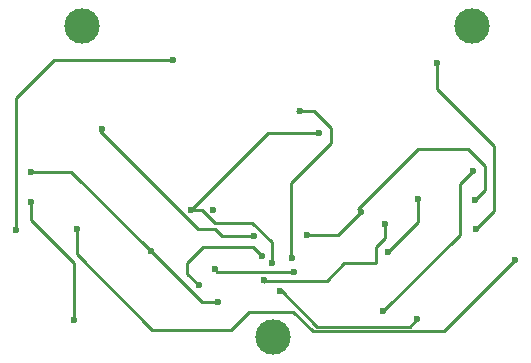
<source format=gbl>
G04*
G04 #@! TF.GenerationSoftware,Altium Limited,Altium Designer,19.0.13 (425)*
G04*
G04 Layer_Physical_Order=2*
G04 Layer_Color=16711680*
%FSLAX25Y25*%
%MOIN*%
G70*
G01*
G75*
%ADD14C,0.01000*%
%ADD44C,0.02362*%
%ADD45C,0.11811*%
D14*
X492126Y310500D02*
X511283Y291343D01*
X492126Y310500D02*
Y319291D01*
X351783Y263571D02*
Y307343D01*
Y263571D02*
X351969Y263386D01*
X351783Y307343D02*
X364574Y320134D01*
X404283D01*
X380008Y296544D02*
X412606Y263945D01*
X413980Y270092D02*
X418126Y265945D01*
X410094Y270092D02*
X413980D01*
X410094D02*
X435845Y295843D01*
X412606Y263945D02*
X418181D01*
X380008Y296544D02*
X380709Y297244D01*
X444392Y236221D02*
X450916Y229696D01*
X483079Y231296D02*
X485531Y233749D01*
X452145Y231296D02*
X483079D01*
X440098Y243343D02*
X452145Y231296D01*
X494636Y229696D02*
X518283Y253343D01*
X494636Y229696D02*
Y229696D01*
X450916Y229696D02*
X494636D01*
X423627Y230315D02*
X429532Y236221D01*
X397311Y230315D02*
X423627D01*
X372283Y255343D02*
X397311Y230315D01*
X429532Y236221D02*
X444392D01*
X465998Y270587D02*
X485998Y290587D01*
X443498Y254182D02*
Y279087D01*
X444422Y249582D02*
X444566Y249437D01*
X434710Y246537D02*
X455506D01*
X461340Y252372D01*
X419044Y249582D02*
X444422D01*
X448823Y261682D02*
X459093D01*
X414280Y257869D02*
X430818D01*
X408998Y252587D02*
X414280Y257869D01*
X420688Y261438D02*
X431350D01*
X437112Y252595D02*
Y259467D01*
X430634Y265945D02*
X437112Y259467D01*
X418126Y265945D02*
X430634D01*
X446498Y303087D02*
X451196D01*
X445498D02*
X446498D01*
X434566Y246047D02*
Y246682D01*
X434710Y246537D01*
X418283Y250343D02*
X419044Y249582D01*
X461340Y252372D02*
X471783D01*
X459093Y261682D02*
X466998Y269587D01*
X475783Y256178D02*
X485811Y266205D01*
X443498Y279087D02*
X456783Y292372D01*
X474783Y260835D02*
Y265343D01*
X471783Y257835D02*
X474783Y260835D01*
X471783Y252372D02*
Y257835D01*
X485998Y290587D02*
X502593D01*
X508283Y284897D01*
Y276843D02*
Y284897D01*
X504783Y273343D02*
X508283Y276843D01*
X511283Y269843D02*
Y291343D01*
X485811Y266205D02*
Y273843D01*
X451196Y303087D02*
X456783Y297500D01*
Y292372D02*
Y297500D01*
X418181Y263945D02*
X420688Y261438D01*
X408998Y248884D02*
Y252587D01*
X396783Y256343D02*
X413783Y239343D01*
X408998Y248884D02*
X412783Y245099D01*
X430818Y257869D02*
X433764Y254922D01*
X434066D01*
X414027Y239587D02*
X419255D01*
X413783Y239343D02*
X414027Y239587D01*
X474283Y236343D02*
X499783Y261843D01*
Y278741D01*
X504283Y283241D01*
X372283Y255343D02*
Y263843D01*
X435845Y295843D02*
X452783D01*
X356783Y282843D02*
X370283D01*
X396783Y256343D01*
X371283Y233343D02*
Y252343D01*
X356783Y266843D02*
X371283Y252343D01*
X356783Y266843D02*
Y272843D01*
X505283Y263843D02*
X511283Y269843D01*
D44*
X417717Y270092D02*
D03*
X492126Y319291D02*
D03*
X351969Y263386D02*
D03*
X404283Y320134D02*
D03*
X410094Y270092D02*
D03*
X380709Y297244D02*
D03*
X444566Y249437D02*
D03*
X437112Y252595D02*
D03*
X434566Y246682D02*
D03*
X439823Y243182D02*
D03*
X485531Y233749D02*
D03*
X475783Y256178D02*
D03*
X466998Y269587D02*
D03*
X474783Y265343D02*
D03*
X446498Y303087D02*
D03*
X412783Y245099D02*
D03*
X419255Y239587D02*
D03*
X431350Y261438D02*
D03*
X434066Y254922D02*
D03*
X444066Y254182D02*
D03*
X418283Y250343D02*
D03*
X448823Y261682D02*
D03*
X372283Y263843D02*
D03*
X396783Y256343D02*
D03*
X505283Y263843D02*
D03*
X452783Y295843D02*
D03*
X356783Y282843D02*
D03*
Y272843D02*
D03*
X371283Y233343D02*
D03*
X518283Y253343D02*
D03*
X504783Y273343D02*
D03*
X504283Y283241D02*
D03*
X474283Y236343D02*
D03*
X485811Y273843D02*
D03*
D45*
X437402Y227953D02*
D03*
X503937Y331496D02*
D03*
X374016D02*
D03*
M02*

</source>
